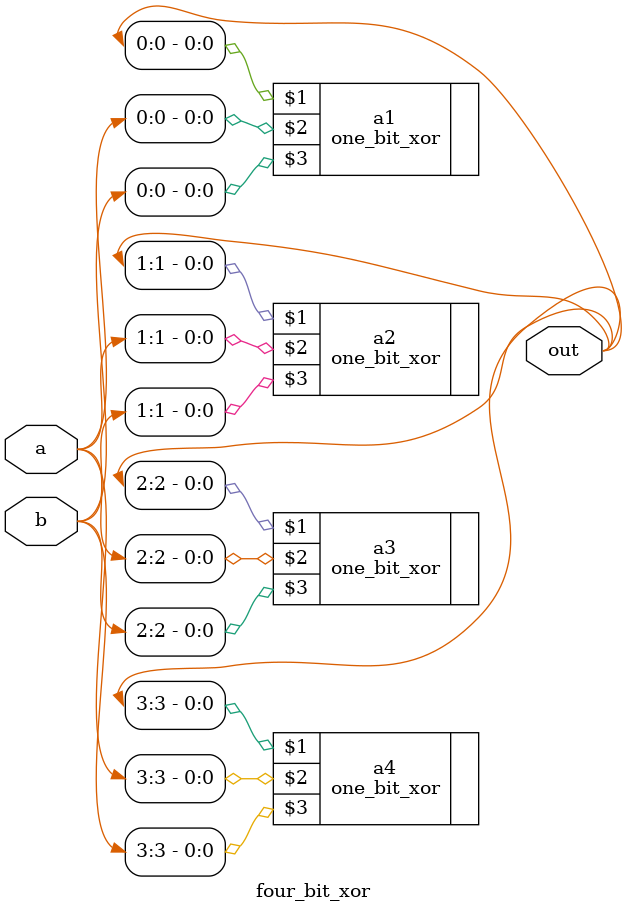
<source format=v>
`include "one_bit_xor.v"
module four_bit_xor(out,a,b);
    input[3:0] a, b;
    output[3:0] out;

    one_bit_xor a1(out[0],a[0],b[0]);
    one_bit_xor a2(out[1],a[1],b[1]);
    one_bit_xor a3(out[2],a[2],b[2]);
    one_bit_xor a4(out[3],a[3],b[3]);
endmodule



</source>
